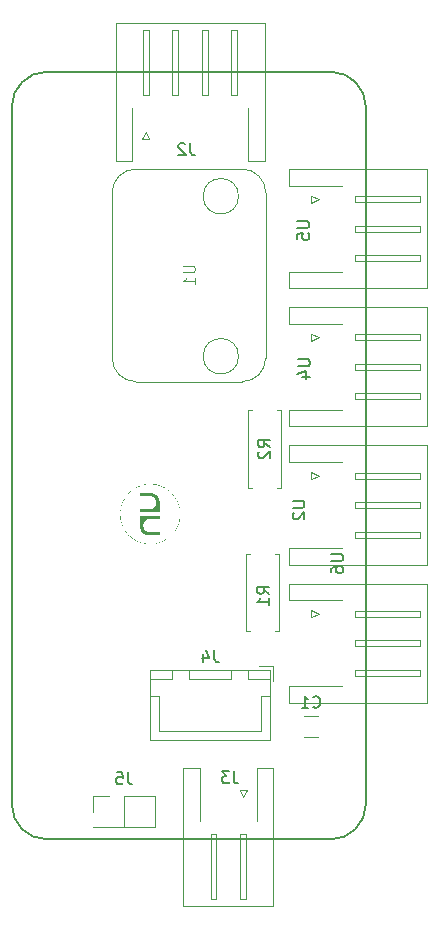
<source format=gbr>
%TF.GenerationSoftware,KiCad,Pcbnew,8.0.8*%
%TF.CreationDate,2025-02-21T13:51:55-05:00*%
%TF.ProjectId,TPI_v1,5450495f-7631-42e6-9b69-6361645f7063,rev?*%
%TF.SameCoordinates,Original*%
%TF.FileFunction,Legend,Bot*%
%TF.FilePolarity,Positive*%
%FSLAX46Y46*%
G04 Gerber Fmt 4.6, Leading zero omitted, Abs format (unit mm)*
G04 Created by KiCad (PCBNEW 8.0.8) date 2025-02-21 13:51:55*
%MOMM*%
%LPD*%
G01*
G04 APERTURE LIST*
%ADD10C,0.150000*%
%ADD11C,0.100000*%
%ADD12C,0.120000*%
%ADD13C,0.050000*%
%ADD14C,0.000000*%
%TA.AperFunction,Profile*%
%ADD15C,0.200000*%
%TD*%
G04 APERTURE END LIST*
D10*
X159616133Y-55560219D02*
X159616133Y-56274504D01*
X159616133Y-56274504D02*
X159663752Y-56417361D01*
X159663752Y-56417361D02*
X159758990Y-56512600D01*
X159758990Y-56512600D02*
X159901847Y-56560219D01*
X159901847Y-56560219D02*
X159997085Y-56560219D01*
X159187561Y-55655457D02*
X159139942Y-55607838D01*
X159139942Y-55607838D02*
X159044704Y-55560219D01*
X159044704Y-55560219D02*
X158806609Y-55560219D01*
X158806609Y-55560219D02*
X158711371Y-55607838D01*
X158711371Y-55607838D02*
X158663752Y-55655457D01*
X158663752Y-55655457D02*
X158616133Y-55750695D01*
X158616133Y-55750695D02*
X158616133Y-55845933D01*
X158616133Y-55845933D02*
X158663752Y-55988790D01*
X158663752Y-55988790D02*
X159235180Y-56560219D01*
X159235180Y-56560219D02*
X158616133Y-56560219D01*
X171568819Y-90355495D02*
X172378342Y-90355495D01*
X172378342Y-90355495D02*
X172473580Y-90403114D01*
X172473580Y-90403114D02*
X172521200Y-90450733D01*
X172521200Y-90450733D02*
X172568819Y-90545971D01*
X172568819Y-90545971D02*
X172568819Y-90736447D01*
X172568819Y-90736447D02*
X172521200Y-90831685D01*
X172521200Y-90831685D02*
X172473580Y-90879304D01*
X172473580Y-90879304D02*
X172378342Y-90926923D01*
X172378342Y-90926923D02*
X171568819Y-90926923D01*
X171568819Y-91831685D02*
X171568819Y-91641209D01*
X171568819Y-91641209D02*
X171616438Y-91545971D01*
X171616438Y-91545971D02*
X171664057Y-91498352D01*
X171664057Y-91498352D02*
X171806914Y-91403114D01*
X171806914Y-91403114D02*
X171997390Y-91355495D01*
X171997390Y-91355495D02*
X172378342Y-91355495D01*
X172378342Y-91355495D02*
X172473580Y-91403114D01*
X172473580Y-91403114D02*
X172521200Y-91450733D01*
X172521200Y-91450733D02*
X172568819Y-91545971D01*
X172568819Y-91545971D02*
X172568819Y-91736447D01*
X172568819Y-91736447D02*
X172521200Y-91831685D01*
X172521200Y-91831685D02*
X172473580Y-91879304D01*
X172473580Y-91879304D02*
X172378342Y-91926923D01*
X172378342Y-91926923D02*
X172140247Y-91926923D01*
X172140247Y-91926923D02*
X172045009Y-91879304D01*
X172045009Y-91879304D02*
X171997390Y-91831685D01*
X171997390Y-91831685D02*
X171949771Y-91736447D01*
X171949771Y-91736447D02*
X171949771Y-91545971D01*
X171949771Y-91545971D02*
X171997390Y-91450733D01*
X171997390Y-91450733D02*
X172045009Y-91403114D01*
X172045009Y-91403114D02*
X172140247Y-91355495D01*
X166367019Y-81287933D02*
X165890828Y-80954600D01*
X166367019Y-80716505D02*
X165367019Y-80716505D01*
X165367019Y-80716505D02*
X165367019Y-81097457D01*
X165367019Y-81097457D02*
X165414638Y-81192695D01*
X165414638Y-81192695D02*
X165462257Y-81240314D01*
X165462257Y-81240314D02*
X165557495Y-81287933D01*
X165557495Y-81287933D02*
X165700352Y-81287933D01*
X165700352Y-81287933D02*
X165795590Y-81240314D01*
X165795590Y-81240314D02*
X165843209Y-81192695D01*
X165843209Y-81192695D02*
X165890828Y-81097457D01*
X165890828Y-81097457D02*
X165890828Y-80716505D01*
X165462257Y-81668886D02*
X165414638Y-81716505D01*
X165414638Y-81716505D02*
X165367019Y-81811743D01*
X165367019Y-81811743D02*
X165367019Y-82049838D01*
X165367019Y-82049838D02*
X165414638Y-82145076D01*
X165414638Y-82145076D02*
X165462257Y-82192695D01*
X165462257Y-82192695D02*
X165557495Y-82240314D01*
X165557495Y-82240314D02*
X165652733Y-82240314D01*
X165652733Y-82240314D02*
X165795590Y-82192695D01*
X165795590Y-82192695D02*
X166367019Y-81621267D01*
X166367019Y-81621267D02*
X166367019Y-82240314D01*
X168698619Y-62165295D02*
X169508142Y-62165295D01*
X169508142Y-62165295D02*
X169603380Y-62212914D01*
X169603380Y-62212914D02*
X169651000Y-62260533D01*
X169651000Y-62260533D02*
X169698619Y-62355771D01*
X169698619Y-62355771D02*
X169698619Y-62546247D01*
X169698619Y-62546247D02*
X169651000Y-62641485D01*
X169651000Y-62641485D02*
X169603380Y-62689104D01*
X169603380Y-62689104D02*
X169508142Y-62736723D01*
X169508142Y-62736723D02*
X168698619Y-62736723D01*
X168698619Y-63689104D02*
X168698619Y-63212914D01*
X168698619Y-63212914D02*
X169174809Y-63165295D01*
X169174809Y-63165295D02*
X169127190Y-63212914D01*
X169127190Y-63212914D02*
X169079571Y-63308152D01*
X169079571Y-63308152D02*
X169079571Y-63546247D01*
X169079571Y-63546247D02*
X169127190Y-63641485D01*
X169127190Y-63641485D02*
X169174809Y-63689104D01*
X169174809Y-63689104D02*
X169270047Y-63736723D01*
X169270047Y-63736723D02*
X169508142Y-63736723D01*
X169508142Y-63736723D02*
X169603380Y-63689104D01*
X169603380Y-63689104D02*
X169651000Y-63641485D01*
X169651000Y-63641485D02*
X169698619Y-63546247D01*
X169698619Y-63546247D02*
X169698619Y-63308152D01*
X169698619Y-63308152D02*
X169651000Y-63212914D01*
X169651000Y-63212914D02*
X169603380Y-63165295D01*
X168288019Y-85839161D02*
X169097542Y-85839161D01*
X169097542Y-85839161D02*
X169192780Y-85886780D01*
X169192780Y-85886780D02*
X169240400Y-85934399D01*
X169240400Y-85934399D02*
X169288019Y-86029637D01*
X169288019Y-86029637D02*
X169288019Y-86220113D01*
X169288019Y-86220113D02*
X169240400Y-86315351D01*
X169240400Y-86315351D02*
X169192780Y-86362970D01*
X169192780Y-86362970D02*
X169097542Y-86410589D01*
X169097542Y-86410589D02*
X168288019Y-86410589D01*
X168383257Y-86839161D02*
X168335638Y-86886780D01*
X168335638Y-86886780D02*
X168288019Y-86982018D01*
X168288019Y-86982018D02*
X168288019Y-87220113D01*
X168288019Y-87220113D02*
X168335638Y-87315351D01*
X168335638Y-87315351D02*
X168383257Y-87362970D01*
X168383257Y-87362970D02*
X168478495Y-87410589D01*
X168478495Y-87410589D02*
X168573733Y-87410589D01*
X168573733Y-87410589D02*
X168716590Y-87362970D01*
X168716590Y-87362970D02*
X169288019Y-86791542D01*
X169288019Y-86791542D02*
X169288019Y-87410589D01*
D11*
X159019619Y-65929895D02*
X159829142Y-65929895D01*
X159829142Y-65929895D02*
X159924380Y-65977514D01*
X159924380Y-65977514D02*
X159972000Y-66025133D01*
X159972000Y-66025133D02*
X160019619Y-66120371D01*
X160019619Y-66120371D02*
X160019619Y-66310847D01*
X160019619Y-66310847D02*
X159972000Y-66406085D01*
X159972000Y-66406085D02*
X159924380Y-66453704D01*
X159924380Y-66453704D02*
X159829142Y-66501323D01*
X159829142Y-66501323D02*
X159019619Y-66501323D01*
X160019619Y-67501323D02*
X160019619Y-66929895D01*
X160019619Y-67215609D02*
X159019619Y-67215609D01*
X159019619Y-67215609D02*
X159162476Y-67120371D01*
X159162476Y-67120371D02*
X159257714Y-67025133D01*
X159257714Y-67025133D02*
X159305333Y-66929895D01*
D10*
X163309933Y-108747819D02*
X163309933Y-109462104D01*
X163309933Y-109462104D02*
X163357552Y-109604961D01*
X163357552Y-109604961D02*
X163452790Y-109700200D01*
X163452790Y-109700200D02*
X163595647Y-109747819D01*
X163595647Y-109747819D02*
X163690885Y-109747819D01*
X162928980Y-108747819D02*
X162309933Y-108747819D01*
X162309933Y-108747819D02*
X162643266Y-109128771D01*
X162643266Y-109128771D02*
X162500409Y-109128771D01*
X162500409Y-109128771D02*
X162405171Y-109176390D01*
X162405171Y-109176390D02*
X162357552Y-109224009D01*
X162357552Y-109224009D02*
X162309933Y-109319247D01*
X162309933Y-109319247D02*
X162309933Y-109557342D01*
X162309933Y-109557342D02*
X162357552Y-109652580D01*
X162357552Y-109652580D02*
X162405171Y-109700200D01*
X162405171Y-109700200D02*
X162500409Y-109747819D01*
X162500409Y-109747819D02*
X162786123Y-109747819D01*
X162786123Y-109747819D02*
X162881361Y-109700200D01*
X162881361Y-109700200D02*
X162928980Y-109652580D01*
X170015866Y-103259180D02*
X170063485Y-103306800D01*
X170063485Y-103306800D02*
X170206342Y-103354419D01*
X170206342Y-103354419D02*
X170301580Y-103354419D01*
X170301580Y-103354419D02*
X170444437Y-103306800D01*
X170444437Y-103306800D02*
X170539675Y-103211561D01*
X170539675Y-103211561D02*
X170587294Y-103116323D01*
X170587294Y-103116323D02*
X170634913Y-102925847D01*
X170634913Y-102925847D02*
X170634913Y-102782990D01*
X170634913Y-102782990D02*
X170587294Y-102592514D01*
X170587294Y-102592514D02*
X170539675Y-102497276D01*
X170539675Y-102497276D02*
X170444437Y-102402038D01*
X170444437Y-102402038D02*
X170301580Y-102354419D01*
X170301580Y-102354419D02*
X170206342Y-102354419D01*
X170206342Y-102354419D02*
X170063485Y-102402038D01*
X170063485Y-102402038D02*
X170015866Y-102449657D01*
X169063485Y-103354419D02*
X169634913Y-103354419D01*
X169349199Y-103354419D02*
X169349199Y-102354419D01*
X169349199Y-102354419D02*
X169444437Y-102497276D01*
X169444437Y-102497276D02*
X169539675Y-102592514D01*
X169539675Y-102592514D02*
X169634913Y-102640133D01*
X161637333Y-98492219D02*
X161637333Y-99206504D01*
X161637333Y-99206504D02*
X161684952Y-99349361D01*
X161684952Y-99349361D02*
X161780190Y-99444600D01*
X161780190Y-99444600D02*
X161923047Y-99492219D01*
X161923047Y-99492219D02*
X162018285Y-99492219D01*
X160732571Y-98825552D02*
X160732571Y-99492219D01*
X160970666Y-98444600D02*
X161208761Y-99158885D01*
X161208761Y-99158885D02*
X160589714Y-99158885D01*
X154338333Y-108822219D02*
X154338333Y-109536504D01*
X154338333Y-109536504D02*
X154385952Y-109679361D01*
X154385952Y-109679361D02*
X154481190Y-109774600D01*
X154481190Y-109774600D02*
X154624047Y-109822219D01*
X154624047Y-109822219D02*
X154719285Y-109822219D01*
X153385952Y-108822219D02*
X153862142Y-108822219D01*
X153862142Y-108822219D02*
X153909761Y-109298409D01*
X153909761Y-109298409D02*
X153862142Y-109250790D01*
X153862142Y-109250790D02*
X153766904Y-109203171D01*
X153766904Y-109203171D02*
X153528809Y-109203171D01*
X153528809Y-109203171D02*
X153433571Y-109250790D01*
X153433571Y-109250790D02*
X153385952Y-109298409D01*
X153385952Y-109298409D02*
X153338333Y-109393647D01*
X153338333Y-109393647D02*
X153338333Y-109631742D01*
X153338333Y-109631742D02*
X153385952Y-109726980D01*
X153385952Y-109726980D02*
X153433571Y-109774600D01*
X153433571Y-109774600D02*
X153528809Y-109822219D01*
X153528809Y-109822219D02*
X153766904Y-109822219D01*
X153766904Y-109822219D02*
X153862142Y-109774600D01*
X153862142Y-109774600D02*
X153909761Y-109726980D01*
X168749419Y-73860095D02*
X169558942Y-73860095D01*
X169558942Y-73860095D02*
X169654180Y-73907714D01*
X169654180Y-73907714D02*
X169701800Y-73955333D01*
X169701800Y-73955333D02*
X169749419Y-74050571D01*
X169749419Y-74050571D02*
X169749419Y-74241047D01*
X169749419Y-74241047D02*
X169701800Y-74336285D01*
X169701800Y-74336285D02*
X169654180Y-74383904D01*
X169654180Y-74383904D02*
X169558942Y-74431523D01*
X169558942Y-74431523D02*
X168749419Y-74431523D01*
X169082752Y-75336285D02*
X169749419Y-75336285D01*
X168701800Y-75098190D02*
X169416085Y-74860095D01*
X169416085Y-74860095D02*
X169416085Y-75479142D01*
X166316219Y-93708533D02*
X165840028Y-93375200D01*
X166316219Y-93137105D02*
X165316219Y-93137105D01*
X165316219Y-93137105D02*
X165316219Y-93518057D01*
X165316219Y-93518057D02*
X165363838Y-93613295D01*
X165363838Y-93613295D02*
X165411457Y-93660914D01*
X165411457Y-93660914D02*
X165506695Y-93708533D01*
X165506695Y-93708533D02*
X165649552Y-93708533D01*
X165649552Y-93708533D02*
X165744790Y-93660914D01*
X165744790Y-93660914D02*
X165792409Y-93613295D01*
X165792409Y-93613295D02*
X165840028Y-93518057D01*
X165840028Y-93518057D02*
X165840028Y-93137105D01*
X166316219Y-94660914D02*
X166316219Y-94089486D01*
X166316219Y-94375200D02*
X165316219Y-94375200D01*
X165316219Y-94375200D02*
X165459076Y-94279962D01*
X165459076Y-94279962D02*
X165554314Y-94184724D01*
X165554314Y-94184724D02*
X165601933Y-94089486D01*
D12*
%TO.C,J2*%
X153297600Y-45372800D02*
X159607600Y-45372800D01*
X153297600Y-57092800D02*
X153297600Y-45372800D01*
X154717600Y-52592800D02*
X154717600Y-57092800D01*
X154717600Y-57092800D02*
X153297600Y-57092800D01*
X155557600Y-55182800D02*
X155857600Y-54582800D01*
X155607600Y-45982800D02*
X155607600Y-51482800D01*
X155607600Y-51482800D02*
X156107600Y-51482800D01*
X155857600Y-54582800D02*
X156157600Y-55182800D01*
X156107600Y-45982800D02*
X155607600Y-45982800D01*
X156107600Y-51482800D02*
X156107600Y-45982800D01*
X156157600Y-55182800D02*
X155557600Y-55182800D01*
X158107600Y-45982800D02*
X158107600Y-51482800D01*
X158107600Y-51482800D02*
X158607600Y-51482800D01*
X158607600Y-45982800D02*
X158107600Y-45982800D01*
X158607600Y-51482800D02*
X158607600Y-45982800D01*
X160607600Y-45982800D02*
X160607600Y-51482800D01*
X160607600Y-51482800D02*
X161107600Y-51482800D01*
X161107600Y-45982800D02*
X160607600Y-45982800D01*
X161107600Y-51482800D02*
X161107600Y-45982800D01*
X163107600Y-45982800D02*
X163107600Y-51482800D01*
X163107600Y-51482800D02*
X163607600Y-51482800D01*
X163607600Y-45982800D02*
X163107600Y-45982800D01*
X163607600Y-51482800D02*
X163607600Y-45982800D01*
X164497600Y-52592800D02*
X164497600Y-57092800D01*
X164497600Y-57092800D02*
X165917600Y-57092800D01*
X165917600Y-45372800D02*
X159607600Y-45372800D01*
X165917600Y-57092800D02*
X165917600Y-45372800D01*
%TO.C,U6*%
X167977000Y-92839200D02*
X179697000Y-92839200D01*
X167977000Y-94259200D02*
X167977000Y-92839200D01*
X167977000Y-101539200D02*
X167977000Y-102959200D01*
X167977000Y-102959200D02*
X179697000Y-102959200D01*
X169887000Y-95099200D02*
X170487000Y-95399200D01*
X169887000Y-95699200D02*
X169887000Y-95099200D01*
X170487000Y-95399200D02*
X169887000Y-95699200D01*
X172477000Y-94259200D02*
X167977000Y-94259200D01*
X172477000Y-101539200D02*
X167977000Y-101539200D01*
X173587000Y-95149200D02*
X173587000Y-95649200D01*
X173587000Y-95649200D02*
X179087000Y-95649200D01*
X173587000Y-97649200D02*
X173587000Y-98149200D01*
X173587000Y-98149200D02*
X179087000Y-98149200D01*
X173587000Y-100149200D02*
X173587000Y-100649200D01*
X173587000Y-100649200D02*
X179087000Y-100649200D01*
X179087000Y-95149200D02*
X173587000Y-95149200D01*
X179087000Y-95649200D02*
X179087000Y-95149200D01*
X179087000Y-97649200D02*
X173587000Y-97649200D01*
X179087000Y-98149200D02*
X179087000Y-97649200D01*
X179087000Y-100149200D02*
X173587000Y-100149200D01*
X179087000Y-100649200D02*
X179087000Y-100149200D01*
X179697000Y-92839200D02*
X179697000Y-97899200D01*
X179697000Y-102959200D02*
X179697000Y-97899200D01*
%TO.C,R2*%
X164542200Y-78184600D02*
X164872200Y-78184600D01*
X164542200Y-84724600D02*
X164542200Y-78184600D01*
X164872200Y-84724600D02*
X164542200Y-84724600D01*
X166952200Y-84724600D02*
X167282200Y-84724600D01*
X167282200Y-78184600D02*
X166952200Y-78184600D01*
X167282200Y-84724600D02*
X167282200Y-78184600D01*
%TO.C,U5*%
X167977000Y-57725600D02*
X179697000Y-57725600D01*
X167977000Y-59145600D02*
X167977000Y-57725600D01*
X167977000Y-66425600D02*
X167977000Y-67845600D01*
X167977000Y-67845600D02*
X179697000Y-67845600D01*
X169887000Y-59985600D02*
X170487000Y-60285600D01*
X169887000Y-60585600D02*
X169887000Y-59985600D01*
X170487000Y-60285600D02*
X169887000Y-60585600D01*
X172477000Y-59145600D02*
X167977000Y-59145600D01*
X172477000Y-66425600D02*
X167977000Y-66425600D01*
X173587000Y-60035600D02*
X173587000Y-60535600D01*
X173587000Y-60535600D02*
X179087000Y-60535600D01*
X173587000Y-62535600D02*
X173587000Y-63035600D01*
X173587000Y-63035600D02*
X179087000Y-63035600D01*
X173587000Y-65035600D02*
X173587000Y-65535600D01*
X173587000Y-65535600D02*
X179087000Y-65535600D01*
X179087000Y-60035600D02*
X173587000Y-60035600D01*
X179087000Y-60535600D02*
X179087000Y-60035600D01*
X179087000Y-62535600D02*
X173587000Y-62535600D01*
X179087000Y-63035600D02*
X179087000Y-62535600D01*
X179087000Y-65035600D02*
X173587000Y-65035600D01*
X179087000Y-65535600D02*
X179087000Y-65035600D01*
X179697000Y-57725600D02*
X179697000Y-62785600D01*
X179697000Y-67845600D02*
X179697000Y-62785600D01*
%TO.C,U2*%
X167977000Y-81134666D02*
X179697000Y-81134666D01*
X167977000Y-82554666D02*
X167977000Y-81134666D01*
X167977000Y-89834666D02*
X167977000Y-91254666D01*
X167977000Y-91254666D02*
X179697000Y-91254666D01*
X169887000Y-83394666D02*
X170487000Y-83694666D01*
X169887000Y-83994666D02*
X169887000Y-83394666D01*
X170487000Y-83694666D02*
X169887000Y-83994666D01*
X172477000Y-82554666D02*
X167977000Y-82554666D01*
X172477000Y-89834666D02*
X167977000Y-89834666D01*
X173587000Y-83444666D02*
X173587000Y-83944666D01*
X173587000Y-83944666D02*
X179087000Y-83944666D01*
X173587000Y-85944666D02*
X173587000Y-86444666D01*
X173587000Y-86444666D02*
X179087000Y-86444666D01*
X173587000Y-88444666D02*
X173587000Y-88944666D01*
X173587000Y-88944666D02*
X179087000Y-88944666D01*
X179087000Y-83444666D02*
X173587000Y-83444666D01*
X179087000Y-83944666D02*
X179087000Y-83444666D01*
X179087000Y-85944666D02*
X173587000Y-85944666D01*
X179087000Y-86444666D02*
X179087000Y-85944666D01*
X179087000Y-88444666D02*
X173587000Y-88444666D01*
X179087000Y-88944666D02*
X179087000Y-88444666D01*
X179697000Y-81134666D02*
X179697000Y-86194666D01*
X179697000Y-91254666D02*
X179697000Y-86194666D01*
D11*
%TO.C,U1*%
X153011400Y-73742600D02*
X153011400Y-59742600D01*
X155011400Y-57742600D02*
X164011400Y-57742600D01*
X164011400Y-75742600D02*
X155011400Y-75742600D01*
X166011400Y-59742600D02*
X166011400Y-73742600D01*
X153011400Y-59742600D02*
G75*
G02*
X155011400Y-57742600I1999999J1D01*
G01*
X155011400Y-75742600D02*
G75*
G02*
X153011400Y-73742600I0J2000000D01*
G01*
X164011400Y-57742600D02*
G75*
G02*
X166011400Y-59742600I1J-1999999D01*
G01*
X166011400Y-73742600D02*
G75*
G02*
X164011400Y-75742600I-2000000J0D01*
G01*
D13*
X163711400Y-60042600D02*
G75*
G02*
X160711400Y-60042600I-1500000J0D01*
G01*
X160711400Y-60042600D02*
G75*
G02*
X163711400Y-60042600I1500000J0D01*
G01*
X163711400Y-73592600D02*
G75*
G02*
X160711400Y-73592600I-1500000J0D01*
G01*
X160711400Y-73592600D02*
G75*
G02*
X163711400Y-73592600I1500000J0D01*
G01*
D12*
%TO.C,J3*%
X159034200Y-108432600D02*
X159034200Y-120152600D01*
X159034200Y-120152600D02*
X162844200Y-120152600D01*
X160454200Y-108432600D02*
X159034200Y-108432600D01*
X160454200Y-112932600D02*
X160454200Y-108432600D01*
X161344200Y-114042600D02*
X161344200Y-119542600D01*
X161344200Y-119542600D02*
X161844200Y-119542600D01*
X161844200Y-114042600D02*
X161344200Y-114042600D01*
X161844200Y-119542600D02*
X161844200Y-114042600D01*
X163794200Y-110342600D02*
X164394200Y-110342600D01*
X163844200Y-114042600D02*
X163844200Y-119542600D01*
X163844200Y-119542600D02*
X164344200Y-119542600D01*
X164094200Y-110942600D02*
X163794200Y-110342600D01*
X164344200Y-114042600D02*
X163844200Y-114042600D01*
X164344200Y-119542600D02*
X164344200Y-114042600D01*
X164394200Y-110342600D02*
X164094200Y-110942600D01*
X165234200Y-108432600D02*
X166654200Y-108432600D01*
X165234200Y-112932600D02*
X165234200Y-108432600D01*
X166654200Y-108432600D02*
X166654200Y-120152600D01*
X166654200Y-120152600D02*
X162844200Y-120152600D01*
%TO.C,C1*%
X169220200Y-104029600D02*
X170478200Y-104029600D01*
X169220200Y-105869600D02*
X170478200Y-105869600D01*
%TO.C,J4*%
X156244000Y-100127400D02*
X156244000Y-106097400D01*
X156244000Y-106097400D02*
X166364000Y-106097400D01*
X156254000Y-100137400D02*
X156254000Y-100887400D01*
X156254000Y-100887400D02*
X158054000Y-100887400D01*
X157004000Y-102387400D02*
X156254000Y-102387400D01*
X157004000Y-105337400D02*
X157004000Y-102387400D01*
X158054000Y-100137400D02*
X156254000Y-100137400D01*
X158054000Y-100887400D02*
X158054000Y-100137400D01*
X159554000Y-100137400D02*
X159554000Y-100887400D01*
X159554000Y-100887400D02*
X163054000Y-100887400D01*
X161304000Y-105337400D02*
X157004000Y-105337400D01*
X161304000Y-105337400D02*
X165604000Y-105337400D01*
X163054000Y-100137400D02*
X159554000Y-100137400D01*
X163054000Y-100887400D02*
X163054000Y-100137400D01*
X164554000Y-100137400D02*
X164554000Y-100887400D01*
X164554000Y-100887400D02*
X166354000Y-100887400D01*
X165604000Y-102387400D02*
X166354000Y-102387400D01*
X165604000Y-105337400D02*
X165604000Y-102387400D01*
X166354000Y-100137400D02*
X164554000Y-100137400D01*
X166354000Y-100887400D02*
X166354000Y-100137400D01*
X166364000Y-100127400D02*
X156244000Y-100127400D01*
X166364000Y-106097400D02*
X166364000Y-100127400D01*
X166654000Y-99837400D02*
X165404000Y-99837400D01*
X166654000Y-101087400D02*
X166654000Y-99837400D01*
%TO.C,J5*%
X151405000Y-110807400D02*
X152735000Y-110807400D01*
X151405000Y-112137400D02*
X151405000Y-110807400D01*
X151405000Y-113407400D02*
X154005000Y-113407400D01*
X151405000Y-113467400D02*
X151405000Y-113407400D01*
X151405000Y-113467400D02*
X156605000Y-113467400D01*
X154005000Y-110807400D02*
X156605000Y-110807400D01*
X154005000Y-113407400D02*
X154005000Y-110807400D01*
X156605000Y-113467400D02*
X156605000Y-110807400D01*
D14*
%TO.C,G\u002A\u002A\u002A*%
G36*
X155791239Y-85156150D02*
G01*
X155858491Y-85156193D01*
X155929333Y-85156302D01*
X155992747Y-85156490D01*
X156049277Y-85156773D01*
X156099466Y-85157164D01*
X156143861Y-85157681D01*
X156183004Y-85158338D01*
X156217440Y-85159151D01*
X156247709Y-85160136D01*
X156274363Y-85161309D01*
X156297943Y-85162682D01*
X156318992Y-85164275D01*
X156338055Y-85166101D01*
X156355676Y-85168175D01*
X156372401Y-85170513D01*
X156388771Y-85173133D01*
X156420487Y-85179021D01*
X156502085Y-85199457D01*
X156578577Y-85226521D01*
X156649796Y-85260024D01*
X156715572Y-85299774D01*
X156775739Y-85345581D01*
X156830129Y-85397254D01*
X156878576Y-85454604D01*
X156920910Y-85517438D01*
X156956964Y-85585569D01*
X156986570Y-85658803D01*
X157009562Y-85736953D01*
X157025771Y-85819826D01*
X157035030Y-85907233D01*
X157035283Y-85912552D01*
X157035721Y-85928122D01*
X157036149Y-85951113D01*
X157036564Y-85980881D01*
X157036959Y-86016775D01*
X157037330Y-86058149D01*
X157037672Y-86104353D01*
X157037979Y-86154741D01*
X157038247Y-86208666D01*
X157038469Y-86265480D01*
X157038643Y-86324534D01*
X157038762Y-86385182D01*
X157039393Y-86814598D01*
X156210105Y-86814598D01*
X155380814Y-86814598D01*
X155380814Y-86679549D01*
X155380814Y-86544499D01*
X155806010Y-86544463D01*
X155861945Y-86544429D01*
X155927357Y-86544310D01*
X155988860Y-86544110D01*
X156045950Y-86543834D01*
X156098125Y-86543486D01*
X156144881Y-86543073D01*
X156185713Y-86542596D01*
X156220117Y-86542061D01*
X156247590Y-86541473D01*
X156267633Y-86540837D01*
X156279737Y-86540156D01*
X156300504Y-86537960D01*
X156365180Y-86525980D01*
X156426041Y-86506494D01*
X156483298Y-86479407D01*
X156537166Y-86444624D01*
X156587857Y-86402048D01*
X156594252Y-86395922D01*
X156641250Y-86345110D01*
X156680575Y-86291195D01*
X156712427Y-86233763D01*
X156737005Y-86172400D01*
X156754512Y-86106694D01*
X156765145Y-86036232D01*
X156767466Y-85991685D01*
X156764552Y-85930493D01*
X156755077Y-85868831D01*
X156739313Y-85809085D01*
X156730775Y-85784589D01*
X156703078Y-85721861D01*
X156668805Y-85664070D01*
X156628352Y-85611586D01*
X156582116Y-85564783D01*
X156530492Y-85524030D01*
X156473878Y-85489698D01*
X156412669Y-85462161D01*
X156347262Y-85441787D01*
X156342565Y-85440649D01*
X156336818Y-85439386D01*
X156330643Y-85438264D01*
X156323539Y-85437273D01*
X156315005Y-85436405D01*
X156304541Y-85435648D01*
X156291645Y-85434991D01*
X156275817Y-85434425D01*
X156256557Y-85433938D01*
X156233362Y-85433522D01*
X156205736Y-85433165D01*
X156173171Y-85432857D01*
X156135170Y-85432589D01*
X156091234Y-85432349D01*
X156040859Y-85432127D01*
X155983546Y-85431913D01*
X155918795Y-85431697D01*
X155846103Y-85431468D01*
X155380814Y-85430024D01*
X155380814Y-85293020D01*
X155380814Y-85156017D01*
X155791239Y-85156150D01*
G37*
G36*
X157039393Y-87232153D02*
G01*
X157039393Y-87366950D01*
X156578324Y-87368565D01*
X156536325Y-87368713D01*
X156468487Y-87368961D01*
X156408297Y-87369201D01*
X156355249Y-87369441D01*
X156308839Y-87369696D01*
X156268558Y-87369973D01*
X156233903Y-87370284D01*
X156204370Y-87370638D01*
X156179447Y-87371047D01*
X156158632Y-87371521D01*
X156141418Y-87372071D01*
X156127300Y-87372706D01*
X156115772Y-87373438D01*
X156106327Y-87374278D01*
X156098461Y-87375234D01*
X156091668Y-87376318D01*
X156085441Y-87377541D01*
X156079275Y-87378913D01*
X156034369Y-87390946D01*
X155972936Y-87413881D01*
X155916405Y-87443369D01*
X155864140Y-87479756D01*
X155815505Y-87523391D01*
X155815338Y-87523559D01*
X155770898Y-87573573D01*
X155733585Y-87627051D01*
X155703025Y-87684701D01*
X155678841Y-87747227D01*
X155660662Y-87815337D01*
X155660186Y-87817634D01*
X155656517Y-87842769D01*
X155654089Y-87873704D01*
X155652901Y-87908145D01*
X155652957Y-87943794D01*
X155654253Y-87978357D01*
X155656795Y-88009535D01*
X155660581Y-88035034D01*
X155672357Y-88083585D01*
X155695172Y-88148666D01*
X155725236Y-88209465D01*
X155762627Y-88266134D01*
X155807426Y-88318833D01*
X155842962Y-88352949D01*
X155894664Y-88392987D01*
X155950661Y-88425945D01*
X156011358Y-88452053D01*
X156077165Y-88471541D01*
X156080530Y-88472298D01*
X156086375Y-88473399D01*
X156093246Y-88474381D01*
X156101641Y-88475251D01*
X156112050Y-88476020D01*
X156124970Y-88476693D01*
X156140894Y-88477284D01*
X156160318Y-88477798D01*
X156183733Y-88478246D01*
X156211637Y-88478636D01*
X156244518Y-88478977D01*
X156282877Y-88479277D01*
X156327207Y-88479547D01*
X156378000Y-88479794D01*
X156435751Y-88480028D01*
X156500954Y-88480257D01*
X156574103Y-88480492D01*
X157039393Y-88481932D01*
X157039393Y-88618935D01*
X157039393Y-88755937D01*
X156622637Y-88755851D01*
X156559901Y-88755821D01*
X156486327Y-88755724D01*
X156420232Y-88755535D01*
X156361077Y-88755231D01*
X156308322Y-88754785D01*
X156261426Y-88754170D01*
X156219851Y-88753362D01*
X156183052Y-88752336D01*
X156150491Y-88751064D01*
X156121627Y-88749523D01*
X156095921Y-88747686D01*
X156072832Y-88745527D01*
X156051819Y-88743022D01*
X156032343Y-88740145D01*
X156013863Y-88736869D01*
X155995838Y-88733169D01*
X155977729Y-88729020D01*
X155958997Y-88724396D01*
X155903273Y-88708427D01*
X155826757Y-88679777D01*
X155755792Y-88644837D01*
X155690513Y-88603745D01*
X155631057Y-88556642D01*
X155577558Y-88503666D01*
X155530154Y-88444957D01*
X155488979Y-88380652D01*
X155454170Y-88310893D01*
X155425861Y-88235817D01*
X155404188Y-88155565D01*
X155404124Y-88155273D01*
X155400620Y-88139135D01*
X155397486Y-88123796D01*
X155394705Y-88108714D01*
X155392251Y-88093345D01*
X155390105Y-88077146D01*
X155388248Y-88059573D01*
X155386657Y-88040082D01*
X155385313Y-88018130D01*
X155384194Y-87993173D01*
X155383281Y-87964668D01*
X155382551Y-87932070D01*
X155381985Y-87894838D01*
X155381561Y-87852425D01*
X155381260Y-87804292D01*
X155381060Y-87749890D01*
X155380941Y-87688680D01*
X155380881Y-87620116D01*
X155380860Y-87543654D01*
X155380814Y-87097357D01*
X156210105Y-87097357D01*
X157039393Y-87097357D01*
X157039393Y-87232153D01*
G37*
G36*
X156414073Y-84405445D02*
G01*
X156545617Y-84417898D01*
X156596861Y-84424702D01*
X156739381Y-84449269D01*
X156879354Y-84481683D01*
X157016518Y-84521727D01*
X157150605Y-84569183D01*
X157281351Y-84623832D01*
X157408489Y-84685455D01*
X157531755Y-84753836D01*
X157650885Y-84828755D01*
X157765611Y-84909993D01*
X157875670Y-84997334D01*
X157980796Y-85090559D01*
X158080724Y-85189449D01*
X158175188Y-85293786D01*
X158263922Y-85403353D01*
X158346663Y-85517930D01*
X158423144Y-85637301D01*
X158493101Y-85761244D01*
X158556268Y-85889545D01*
X158612379Y-86021983D01*
X158661170Y-86158341D01*
X158664783Y-86169489D01*
X158688663Y-86246831D01*
X158709348Y-86321189D01*
X158727148Y-86394188D01*
X158742378Y-86467451D01*
X158755349Y-86542601D01*
X158766376Y-86621261D01*
X158775768Y-86705056D01*
X158783838Y-86795608D01*
X158784466Y-86806990D01*
X158785070Y-86827477D01*
X158785496Y-86853882D01*
X158785750Y-86884819D01*
X158785840Y-86918901D01*
X158785770Y-86954735D01*
X158785548Y-86990945D01*
X158785179Y-87026137D01*
X158784670Y-87058927D01*
X158784026Y-87087927D01*
X158783255Y-87111749D01*
X158782361Y-87129009D01*
X158768959Y-87266414D01*
X158746979Y-87409837D01*
X158717074Y-87551530D01*
X158679398Y-87691041D01*
X158634101Y-87827913D01*
X158581331Y-87961693D01*
X158521242Y-88091928D01*
X158453985Y-88218162D01*
X158379710Y-88339942D01*
X158342490Y-88395563D01*
X158255713Y-88514493D01*
X158163032Y-88627605D01*
X158064708Y-88734733D01*
X157960998Y-88835701D01*
X157852159Y-88930339D01*
X157738449Y-89018476D01*
X157620125Y-89099939D01*
X157497444Y-89174558D01*
X157370665Y-89242161D01*
X157240045Y-89302576D01*
X157105841Y-89355632D01*
X156968312Y-89401157D01*
X156827714Y-89438980D01*
X156684305Y-89468929D01*
X156637267Y-89477077D01*
X156587576Y-89484856D01*
X156540627Y-89491129D01*
X156494557Y-89496067D01*
X156447505Y-89499841D01*
X156397611Y-89502624D01*
X156343012Y-89504584D01*
X156281847Y-89505893D01*
X156185149Y-89506228D01*
X156094533Y-89503890D01*
X156008199Y-89498693D01*
X155924252Y-89490453D01*
X155840797Y-89478980D01*
X155755943Y-89464090D01*
X155667795Y-89445597D01*
X155591983Y-89427293D01*
X155452837Y-89387111D01*
X155316688Y-89339193D01*
X155183822Y-89283737D01*
X155054533Y-89220945D01*
X154929108Y-89151017D01*
X154807836Y-89074154D01*
X154691008Y-88990557D01*
X154578913Y-88900425D01*
X154471840Y-88803961D01*
X154370079Y-88701365D01*
X154273920Y-88592836D01*
X154183652Y-88478577D01*
X154099564Y-88358786D01*
X154057544Y-88293061D01*
X153984099Y-88166410D01*
X153918489Y-88036637D01*
X153860733Y-87903813D01*
X153810854Y-87768006D01*
X153768875Y-87629289D01*
X153734820Y-87487731D01*
X153708709Y-87343402D01*
X153690566Y-87196373D01*
X153680413Y-87046713D01*
X153679379Y-86969405D01*
X153713141Y-86969405D01*
X153713601Y-87014861D01*
X153714532Y-87057845D01*
X153715933Y-87096510D01*
X153717805Y-87129009D01*
X153725514Y-87214830D01*
X153744970Y-87358862D01*
X153772359Y-87500926D01*
X153807553Y-87640659D01*
X153850421Y-87777701D01*
X153900835Y-87911688D01*
X153958666Y-88042260D01*
X154023785Y-88169057D01*
X154096062Y-88291714D01*
X154175369Y-88409872D01*
X154203601Y-88448833D01*
X154247612Y-88507116D01*
X154290978Y-88561185D01*
X154335490Y-88613174D01*
X154382940Y-88665216D01*
X154435115Y-88719443D01*
X154541621Y-88821808D01*
X154652668Y-88917090D01*
X154768082Y-89005197D01*
X154887711Y-89086056D01*
X155011400Y-89159589D01*
X155138994Y-89225724D01*
X155270341Y-89284387D01*
X155405289Y-89335504D01*
X155543681Y-89379001D01*
X155685363Y-89414802D01*
X155830184Y-89442836D01*
X155977988Y-89463027D01*
X156000657Y-89465085D01*
X156034180Y-89467257D01*
X156073357Y-89469105D01*
X156116676Y-89470604D01*
X156162625Y-89471733D01*
X156209689Y-89472469D01*
X156256359Y-89472789D01*
X156301122Y-89472672D01*
X156342466Y-89472093D01*
X156378879Y-89471032D01*
X156408848Y-89469465D01*
X156462172Y-89465179D01*
X156606129Y-89447870D01*
X156748429Y-89422385D01*
X156888732Y-89388855D01*
X157026698Y-89347410D01*
X157161986Y-89298180D01*
X157294259Y-89241297D01*
X157423174Y-89176889D01*
X157548394Y-89105089D01*
X157669578Y-89026028D01*
X157786388Y-88939834D01*
X157861469Y-88878444D01*
X157956794Y-88792973D01*
X158048711Y-88702061D01*
X158135961Y-88607027D01*
X158217286Y-88509192D01*
X158291430Y-88409872D01*
X158329494Y-88354361D01*
X158407433Y-88230308D01*
X158477441Y-88103491D01*
X158539554Y-87973803D01*
X158593813Y-87841141D01*
X158640255Y-87705393D01*
X158678917Y-87566458D01*
X158709838Y-87424226D01*
X158733055Y-87278593D01*
X158748607Y-87129451D01*
X158748913Y-87125012D01*
X158749748Y-87106970D01*
X158750469Y-87082759D01*
X158751069Y-87053706D01*
X158751545Y-87021141D01*
X158751887Y-86986389D01*
X158752092Y-86950783D01*
X158752153Y-86915646D01*
X158752065Y-86882307D01*
X158751821Y-86852094D01*
X158751415Y-86826337D01*
X158750842Y-86806361D01*
X158750096Y-86793497D01*
X158749214Y-86783748D01*
X158747804Y-86767705D01*
X158746069Y-86747700D01*
X158744205Y-86725972D01*
X158734577Y-86634493D01*
X158713141Y-86496101D01*
X158683644Y-86358444D01*
X158646311Y-86222173D01*
X158601366Y-86087938D01*
X158549035Y-85956390D01*
X158489542Y-85828179D01*
X158423113Y-85703955D01*
X158349968Y-85584369D01*
X158336710Y-85564265D01*
X158251630Y-85443960D01*
X158160715Y-85329636D01*
X158064208Y-85221437D01*
X157962358Y-85119509D01*
X157855408Y-85023998D01*
X157743605Y-84935048D01*
X157627196Y-84852805D01*
X157506423Y-84777414D01*
X157381533Y-84709021D01*
X157252773Y-84647769D01*
X157120388Y-84593807D01*
X156984622Y-84547278D01*
X156845723Y-84508327D01*
X156703935Y-84477101D01*
X156559505Y-84453742D01*
X156412677Y-84438399D01*
X156393580Y-84437153D01*
X156356828Y-84435531D01*
X156314753Y-84434417D01*
X156269277Y-84433809D01*
X156222326Y-84433707D01*
X156175817Y-84434113D01*
X156131673Y-84435025D01*
X156091818Y-84436444D01*
X156058173Y-84438371D01*
X155955510Y-84447908D01*
X155811033Y-84468377D01*
X155668646Y-84496857D01*
X155528653Y-84533234D01*
X155391359Y-84577400D01*
X155257067Y-84629244D01*
X155126083Y-84688656D01*
X154998710Y-84755525D01*
X154875254Y-84829738D01*
X154756018Y-84911188D01*
X154727649Y-84932095D01*
X154612793Y-85023113D01*
X154504116Y-85119752D01*
X154401757Y-85221757D01*
X154305858Y-85328876D01*
X154216563Y-85440857D01*
X154134009Y-85557445D01*
X154058338Y-85678389D01*
X153989693Y-85803436D01*
X153928213Y-85932332D01*
X153874041Y-86064825D01*
X153827316Y-86200663D01*
X153788179Y-86339591D01*
X153756773Y-86481358D01*
X153733238Y-86625710D01*
X153717716Y-86772396D01*
X153716025Y-86799822D01*
X153714596Y-86836688D01*
X153713638Y-86878473D01*
X153713154Y-86923329D01*
X153713141Y-86969405D01*
X153679379Y-86969405D01*
X153678610Y-86911849D01*
X153684729Y-86768846D01*
X153698985Y-86626793D01*
X153721225Y-86486045D01*
X153751295Y-86346961D01*
X153789041Y-86209893D01*
X153834309Y-86075198D01*
X153886944Y-85943232D01*
X153946794Y-85814349D01*
X154013703Y-85688905D01*
X154087518Y-85567257D01*
X154168085Y-85449757D01*
X154255249Y-85336765D01*
X154348858Y-85228633D01*
X154448757Y-85125718D01*
X154554790Y-85028376D01*
X154618858Y-84974620D01*
X154735822Y-84884840D01*
X154856819Y-84802279D01*
X154981580Y-84727053D01*
X155109840Y-84659281D01*
X155241330Y-84599081D01*
X155375784Y-84546571D01*
X155512934Y-84501871D01*
X155652514Y-84465097D01*
X155794257Y-84436370D01*
X155937895Y-84415806D01*
X156009525Y-84408714D01*
X156143989Y-84400845D01*
X156222326Y-84400217D01*
X156279516Y-84399758D01*
X156414073Y-84405445D01*
G37*
D12*
%TO.C,U4*%
X167977000Y-69409600D02*
X179697000Y-69409600D01*
X167977000Y-70829600D02*
X167977000Y-69409600D01*
X167977000Y-78109600D02*
X167977000Y-79529600D01*
X167977000Y-79529600D02*
X179697000Y-79529600D01*
X169887000Y-71669600D02*
X170487000Y-71969600D01*
X169887000Y-72269600D02*
X169887000Y-71669600D01*
X170487000Y-71969600D02*
X169887000Y-72269600D01*
X172477000Y-70829600D02*
X167977000Y-70829600D01*
X172477000Y-78109600D02*
X167977000Y-78109600D01*
X173587000Y-71719600D02*
X173587000Y-72219600D01*
X173587000Y-72219600D02*
X179087000Y-72219600D01*
X173587000Y-74219600D02*
X173587000Y-74719600D01*
X173587000Y-74719600D02*
X179087000Y-74719600D01*
X173587000Y-76719600D02*
X173587000Y-77219600D01*
X173587000Y-77219600D02*
X179087000Y-77219600D01*
X179087000Y-71719600D02*
X173587000Y-71719600D01*
X179087000Y-72219600D02*
X179087000Y-71719600D01*
X179087000Y-74219600D02*
X173587000Y-74219600D01*
X179087000Y-74719600D02*
X179087000Y-74219600D01*
X179087000Y-76719600D02*
X173587000Y-76719600D01*
X179087000Y-77219600D02*
X179087000Y-76719600D01*
X179697000Y-69409600D02*
X179697000Y-74469600D01*
X179697000Y-79529600D02*
X179697000Y-74469600D01*
%TO.C,R1*%
X164364400Y-90351200D02*
X164694400Y-90351200D01*
X164364400Y-96891200D02*
X164364400Y-90351200D01*
X164694400Y-96891200D02*
X164364400Y-96891200D01*
X166774400Y-96891200D02*
X167104400Y-96891200D01*
X167104400Y-90351200D02*
X166774400Y-90351200D01*
X167104400Y-96891200D02*
X167104400Y-90351200D01*
%TD*%
D15*
X174500000Y-52500000D02*
X174500000Y-111500000D01*
X171500000Y-114500000D02*
X147500000Y-114500000D01*
X144500000Y-111500000D02*
X144500000Y-52500000D01*
X144500000Y-52500000D02*
G75*
G02*
X147500000Y-49500000I3000000J0D01*
G01*
X171500000Y-49500000D02*
G75*
G02*
X174500000Y-52500000I0J-3000000D01*
G01*
X174500000Y-111500000D02*
G75*
G02*
X171500000Y-114500000I-3000000J0D01*
G01*
X147500000Y-114500000D02*
G75*
G02*
X144500000Y-111500000I0J3000000D01*
G01*
X147500000Y-49500000D02*
X171500000Y-49500000D01*
M02*

</source>
